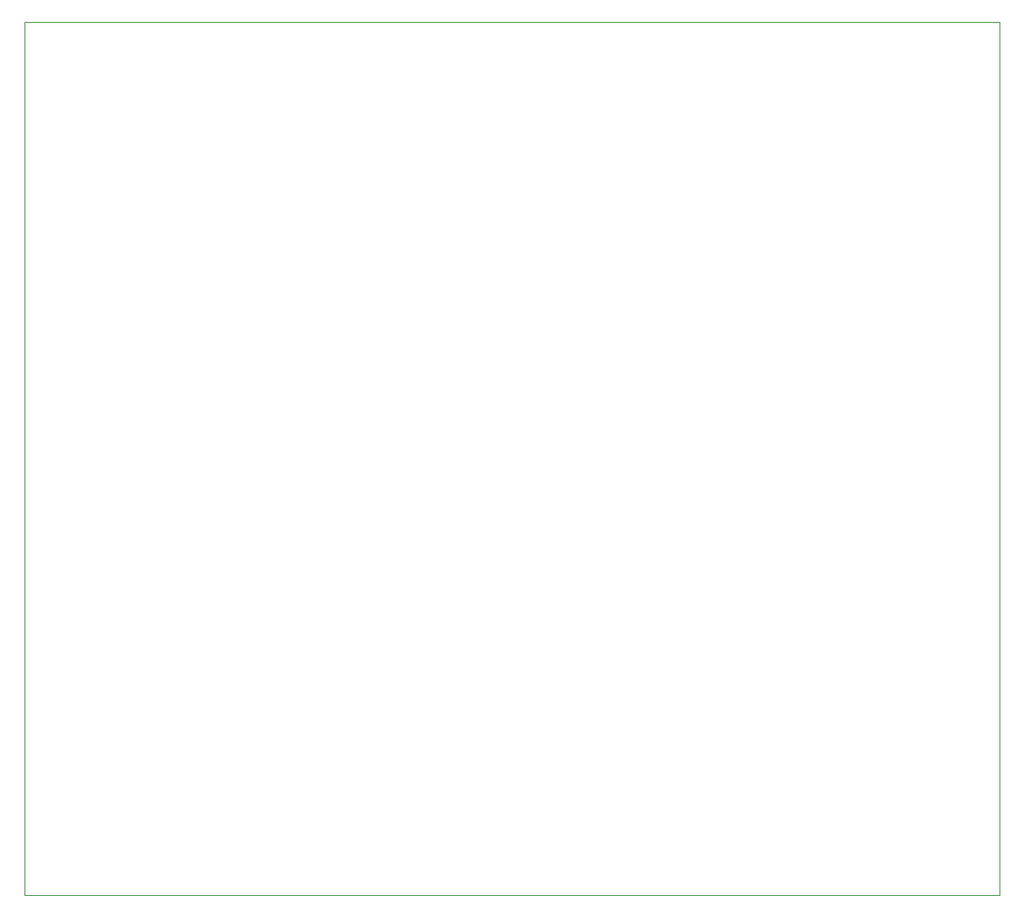
<source format=gm1>
G04 #@! TF.GenerationSoftware,KiCad,Pcbnew,(5.1.2-1)-1*
G04 #@! TF.CreationDate,2019-05-09T14:43:12+01:00*
G04 #@! TF.ProjectId,A500 FastRAM,41353030-2046-4617-9374-52414d2e6b69,rev?*
G04 #@! TF.SameCoordinates,Original*
G04 #@! TF.FileFunction,Profile,NP*
%FSLAX46Y46*%
G04 Gerber Fmt 4.6, Leading zero omitted, Abs format (unit mm)*
G04 Created by KiCad (PCBNEW (5.1.2-1)-1) date 2019-05-09 14:43:12*
%MOMM*%
%LPD*%
G04 APERTURE LIST*
%ADD10C,0.050000*%
G04 APERTURE END LIST*
D10*
X118110000Y-118110000D02*
X215900000Y-118110000D01*
X118110000Y-30480000D02*
X118110000Y-118110000D01*
X215900000Y-30480000D02*
X118110000Y-30480000D01*
X215900000Y-118110000D02*
X215900000Y-30480000D01*
M02*

</source>
